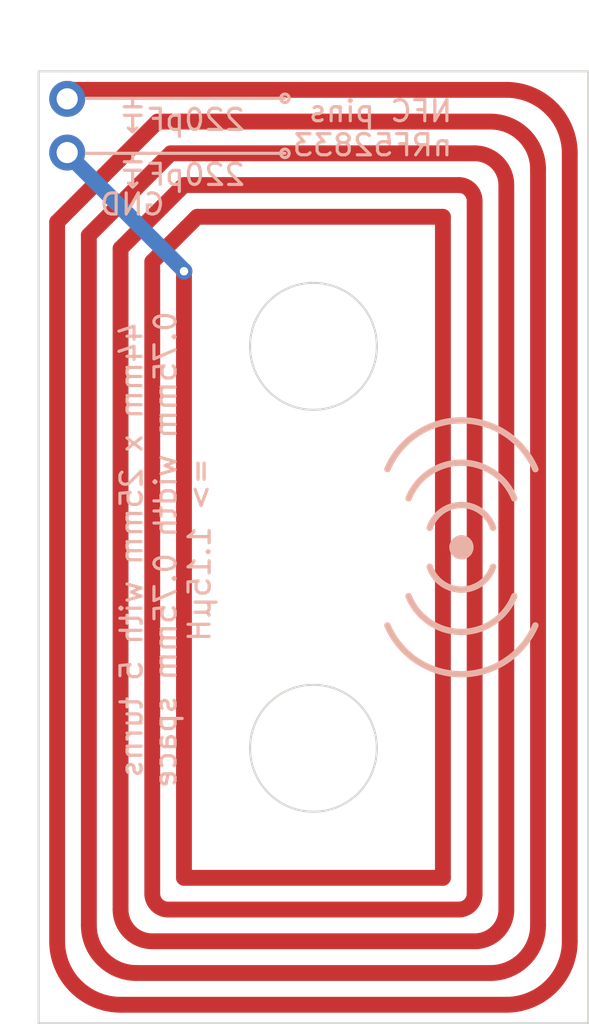
<source format=kicad_pcb>
(kicad_pcb (version 20221018) (generator pcbnew)
  (layers (0 "F.Cu" signal) (31 "B.Cu" signal) (34 "B.Paste" user) (35 "F.Paste" user) (36 "B.SilkS" user "B.Silkscreen") (37 "F.SilkS" user "F.Silkscreen") (38 "B.Mask" user) (39 "F.Mask" user) (44 "Edge.Cuts" user))
  (net 0 "")
  (net 1 "Net-(J1-Pad1)")
  (footprint "Connector_PinHeader_2.54mm:PinHeader_1x01_P2.54mm_Vertical" (layer "F.Cu") (at 151.35 53.84 90)
    (fp_text reference "J2")
    (fp_text value "Conn_01x01")
    (pad "1" thru_hole circle (at 0 0 90) (size 1.7 1.7) (drill 1) (layers "*.Cu" "*.Mask") (net 1 "Net-(J1-Pad1)"))
  )
  (footprint "Connector_PinHeader_2.54mm:PinHeader_1x01_P2.54mm_Vertical" (layer "F.Cu") (at 151.35 51.3 90)
    (fp_text reference "J1")
    (fp_text value "Conn_01x01")
    (pad "1" thru_hole circle (at 0 0 90) (size 1.7 1.7) (drill 1) (layers "*.Cu" "*.Mask") (net 1 "Net-(J1-Pad1)"))
  )
  (gr_line (start 154.45 53.875) (end 154.45 54.275) (stroke (width 0.15)) (layer "B.SilkS"))
  (gr_line (start 154.25 55.275) (end 154.45 55.475) (stroke (width 0.15)) (layer "B.SilkS"))
  (gr_line (start 154.05 52.075) (end 154.85 52.075) (stroke (width 0.15)) (layer "B.SilkS"))
  (gr_line (start 154.45 54.675) (end 154.45 55.275) (stroke (width 0.15)) (layer "B.SilkS"))
  (gr_circle (center 161.65 53.875) (end 161.85 53.875) (stroke (width 0.15)) (fill none) (layer "B.SilkS"))
  (gr_arc (start 166.500001 68.807886) (mid 170 66.5) (end 173.499999 68.807886) (stroke (width 0.3)) (layer "B.SilkS"))
  (gr_circle (center 170 72.5) (end 170.5 72.5) (stroke (width 0.15)) (fill solid) (layer "B.SilkS"))
  (gr_line (start 154.05 54.675) (end 154.85 54.675) (stroke (width 0.15)) (layer "B.SilkS"))
  (gr_line (start 154.45 52.075) (end 154.45 52.675) (stroke (width 0.15)) (layer "B.SilkS"))
  (gr_arc (start 173.499999 76.192114) (mid 170 78.5) (end 166.500001 76.192114) (stroke (width 0.3)) (layer "B.SilkS"))
  (gr_arc (start 171.499999 73.418862) (mid 170 74.5) (end 168.500001 73.418862) (stroke (width 0.3)) (layer "B.SilkS"))
  (gr_line (start 154.45 55.475) (end 154.65 55.275) (stroke (width 0.15)) (layer "B.SilkS"))
  (gr_circle (center 161.65 51.275) (end 161.85 51.275) (stroke (width 0.15)) (fill none) (layer "B.SilkS"))
  (gr_arc (start 172.5 74.807418) (mid 170 76.5) (end 167.5 74.807418) (stroke (width 0.3)) (layer "B.SilkS"))
  (gr_line (start 154.05 51.675) (end 154.85 51.675) (stroke (width 0.15)) (layer "B.SilkS"))
  (gr_line (start 152.25 53.875) (end 161.65 53.875) (stroke (width 0.15)) (layer "B.SilkS"))
  (gr_line (start 152.25 51.275) (end 161.65 51.275) (stroke (width 0.15)) (layer "B.SilkS"))
  (gr_arc (start 167.5 70.192582) (mid 170 68.5) (end 172.5 70.192582) (stroke (width 0.3)) (layer "B.SilkS"))
  (gr_line (start 154.25 52.675) (end 154.45 52.875) (stroke (width 0.15)) (layer "B.SilkS"))
  (gr_arc (start 168.500001 71.581138) (mid 170 70.5) (end 171.499999 71.581138) (stroke (width 0.3)) (layer "B.SilkS"))
  (gr_line (start 154.45 51.275) (end 154.45 51.675) (stroke (width 0.15)) (layer "B.SilkS"))
  (gr_line (start 154.45 52.875) (end 154.65 52.675) (stroke (width 0.15)) (layer "B.SilkS"))
  (gr_line (start 154.05 54.275) (end 154.85 54.275) (stroke (width 0.15)) (layer "B.SilkS"))
  (gr_rect (start 150 50) (end 176 95) (stroke (width 0.1)) (fill none) (layer "Edge.Cuts"))
  (gr_circle (center 163 82) (end 166 82) (stroke (width 0.1)) (fill none) (layer "Edge.Cuts"))
  (gr_circle (center 163 63) (end 166 63) (stroke (width 0.1)) (fill none) (layer "Edge.Cuts"))
  (gr_text "NFC pins\nnRF52833" (at 169.65 54.075) (layer "B.SilkS") (effects (font (size 1 1)) (justify left bottom mirror)))
  (gr_text "GND" (at 156.05 56.875) (layer "B.SilkS") (effects (font (size 1 1)) (justify left bottom mirror)))
  (gr_text "44mm x 25mm with 5 turns\n0.75mm width 0.75mm space\n=> 1.15µH" (at 156 72.615 90) (layer "B.SilkS") (effects (font (size 1 1)) (justify mirror)))
  (gr_text "220pF" (at 159.85 55.475) (layer "B.SilkS") (effects (font (size 1 1)) (justify left bottom mirror)))
  (gr_text "220pF" (at 159.85 52.875) (layer "B.SilkS") (effects (font (size 1 1)) (justify left bottom mirror)))
  (segment (start 155.375 88.875) (end 155.375 59) (width 0.75) (layer "F.Cu") (net 1))
  (segment (start 175.125 53.875) (end 175.125 91.125) (width 0.75) (layer "F.Cu") (net 1))
  (segment (start 171.375 92.625) (end 154.625 92.625) (width 0.75) (layer "F.Cu") (net 1))
  (segment (start 150.875 57.125) (end 155.625 52.375) (width 0.75) (layer "F.Cu") (net 1))
  (segment (start 156.25 53.875) (end 170.625 53.875) (width 0.75) (layer "F.Cu") (net 1))
  (segment (start 169.125 88.125) (end 156.875 88.125) (width 0.75) (layer "F.Cu") (net 1))
  (segment (start 156.875 55.375) (end 169.875 55.375) (width 0.75) (layer "F.Cu") (net 1))
  (segment (start 155.375 59) (end 157.5 56.875) (width 0.75) (layer "F.Cu") (net 1))
  (segment (start 152.375 57.75) (end 156.25 53.875) (width 0.75) (layer "F.Cu") (net 1))
  (segment (start 153.875 89.625) (end 153.875 58.375) (width 0.75) (layer "F.Cu") (net 1))
  (segment (start 173.625 54.625) (end 173.625 90.375) (width 0.75) (layer "F.Cu") (net 1))
  (segment (start 169.875 89.625) (end 156.125 89.625) (width 0.75) (layer "F.Cu") (net 1))
  (segment (start 155.625 52.375) (end 171.375 52.375) (width 0.75) (layer "F.Cu") (net 1))
  (segment (start 157.5 56.875) (end 169.125 56.875) (width 0.75) (layer "F.Cu") (net 1))
  (segment (start 156.875 88.125) (end 156.875 59.425) (width 0.75) (layer "F.Cu") (net 1))
  (segment (start 172.125 94.125) (end 153.875 94.125) (width 0.75) (layer "F.Cu") (net 1))
  (segment (start 170.625 91.125) (end 155.375 91.125) (width 0.75) (layer "F.Cu") (net 1))
  (segment (start 151.325 50.875) (end 172.125 50.875) (width 0.75) (layer "F.Cu") (net 1))
  (segment (start 170.625 56.125) (end 170.625 88.875) (width 0.75) (layer "F.Cu") (net 1))
  (segment (start 172.125 55.375) (end 172.125 89.625) (width 0.75) (layer "F.Cu") (net 1))
  (segment (start 150.875 91.125) (end 150.875 57.125) (width 0.75) (layer "F.Cu") (net 1))
  (segment (start 152.375 90.375) (end 152.375 57.75) (width 0.75) (layer "F.Cu") (net 1))
  (segment (start 153.875 58.375) (end 156.875 55.375) (width 0.75) (layer "F.Cu") (net 1))
  (segment (start 169.125 56.875) (end 169.125 88.125) (width 0.75) (layer "F.Cu") (net 1))
  (via (at 156.875 59.45) (size 0.8) (drill 0.4) (layers "F.Cu" "B.Cu") (net 1))
  (arc (start 155.375 91.125) (mid 154.31434 90.68566) (end 153.875 89.625) (width 0.75) (layer "F.Cu") (net 1))
  (arc (start 170.625 53.875) (mid 171.68566 54.31434) (end 172.125 55.375) (width 0.75) (layer "F.Cu") (net 1))
  (arc (start 169.875 55.375) (mid 170.40533 55.59467) (end 170.625 56.125) (width 0.75) (layer "F.Cu") (net 1))
  (arc (start 155.375 88.875) (mid 155.59467 89.40533) (end 156.125 89.625) (width 0.75) (layer "F.Cu") (net 1))
  (arc (start 175.125 91.125) (mid 174.24632 93.24632) (end 172.125 94.125) (width 0.75) (layer "F.Cu") (net 1))
  (arc (start 154.625 92.625) (mid 153.03401 91.96599) (end 152.375 90.375) (width 0.75) (layer "F.Cu") (net 1))
  (arc (start 150.875 91.125) (mid 151.75368 93.24632) (end 153.875 94.125) (width 0.75) (layer "F.Cu") (net 1))
  (arc (start 171.375 92.625) (mid 172.96599 91.96599) (end 173.625 90.375) (width 0.75) (layer "F.Cu") (net 1))
  (arc (start 170.625 91.125) (mid 171.68566 90.68566) (end 172.125 89.625) (width 0.75) (layer "F.Cu") (net 1))
  (arc (start 169.875 89.625) (mid 170.40533 89.40533) (end 170.625 88.875) (width 0.75) (layer "F.Cu") (net 1))
  (arc (start 171.375 52.375) (mid 172.96599 53.03401) (end 173.625 54.625) (width 0.75) (layer "F.Cu") (net 1))
  (arc (start 175.125 53.875) (mid 174.24632 51.75368) (end 172.125 50.875) (width 0.75) (layer "F.Cu") (net 1))
  (segment (start 156.875 59.415) (end 151.325 53.865) (width 0.75) (layer "B.Cu") (net 1))
  (segment (start 156.875 59.45) (end 156.875 59.415) (width 0.75) (layer "B.Cu") (net 1))
)
</source>
